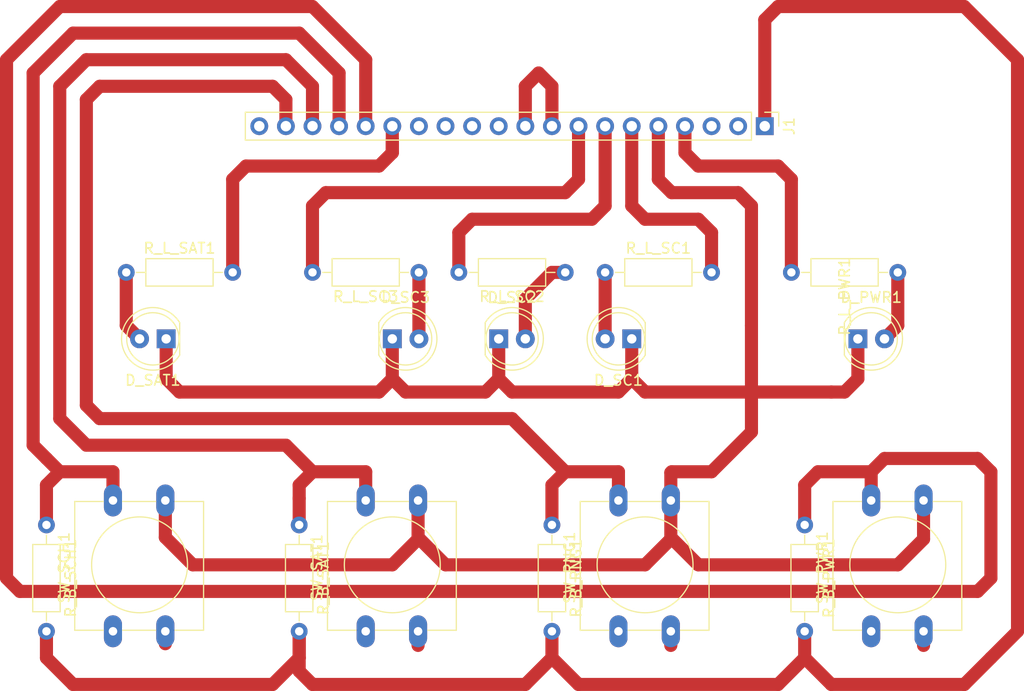
<source format=kicad_pcb>
(kicad_pcb (version 4) (host pcbnew 4.0.7)

  (general
    (links 43)
    (no_connects 11)
    (area 30.924999 32.194999 129.095002 98.615002)
    (thickness 1.6)
    (drawings 0)
    (tracks 168)
    (zones 0)
    (modules 19)
    (nets 22)
  )

  (page A4)
  (layers
    (0 F.Cu signal)
    (31 B.Cu signal)
    (33 F.Adhes user)
    (35 F.Paste user)
    (37 F.SilkS user)
    (39 F.Mask user)
    (40 Dwgs.User user)
    (41 Cmts.User user)
    (42 Eco1.User user)
    (43 Eco2.User user)
    (44 Edge.Cuts user)
    (45 Margin user)
    (47 F.CrtYd user)
    (49 F.Fab user)
  )

  (setup
    (last_trace_width 1.25)
    (trace_clearance 0.2)
    (zone_clearance 0.508)
    (zone_45_only no)
    (trace_min 0.2)
    (segment_width 0.2)
    (edge_width 0.15)
    (via_size 0.6)
    (via_drill 0.4)
    (via_min_size 0.4)
    (via_min_drill 0.3)
    (uvia_size 0.3)
    (uvia_drill 0.1)
    (uvias_allowed no)
    (uvia_min_size 0.2)
    (uvia_min_drill 0.1)
    (pcb_text_width 0.3)
    (pcb_text_size 1.5 1.5)
    (mod_edge_width 0.15)
    (mod_text_size 1 1)
    (mod_text_width 0.15)
    (pad_size 1.524 1.524)
    (pad_drill 0.762)
    (pad_to_mask_clearance 0.2)
    (aux_axis_origin 0 0)
    (visible_elements 7FFFFFFF)
    (pcbplotparams
      (layerselection 0x00030_80000001)
      (usegerberextensions false)
      (excludeedgelayer true)
      (linewidth 0.100000)
      (plotframeref false)
      (viasonmask false)
      (mode 1)
      (useauxorigin false)
      (hpglpennumber 1)
      (hpglpenspeed 20)
      (hpglpendiameter 15)
      (hpglpenoverlay 2)
      (psnegative false)
      (psa4output false)
      (plotreference true)
      (plotvalue true)
      (plotinvisibletext false)
      (padsonsilk false)
      (subtractmaskfromsilk false)
      (outputformat 1)
      (mirror false)
      (drillshape 1)
      (scaleselection 1)
      (outputdirectory ""))
  )

  (net 0 "")
  (net 1 GND)
  (net 2 B_SCH)
  (net 3 L_SC1)
  (net 4 L_SC2)
  (net 5 L_SC3)
  (net 6 L_SAT)
  (net 7 B_SAT)
  (net 8 B_RNG)
  (net 9 "Net-(D_PWR1-Pad2)")
  (net 10 "Net-(D_SAT1-Pad2)")
  (net 11 "Net-(D_SC1-Pad2)")
  (net 12 "Net-(D_SC2-Pad2)")
  (net 13 "Net-(D_SC3-Pad2)")
  (net 14 L_PWR)
  (net 15 B_PWR)
  (net 16 CHECK)
  (net 17 "Net-(J1-Pad2)")
  (net 18 "Net-(J1-Pad3)")
  (net 19 "Net-(J1-Pad11)")
  (net 20 "Net-(J1-Pad12)")
  (net 21 "Net-(J1-Pad14)")

  (net_class Default "This is the default net class."
    (clearance 0.2)
    (trace_width 1.25)
    (via_dia 0.6)
    (via_drill 0.4)
    (uvia_dia 0.3)
    (uvia_drill 0.1)
    (add_net B_PWR)
    (add_net B_RNG)
    (add_net B_SAT)
    (add_net B_SCH)
    (add_net CHECK)
    (add_net GND)
    (add_net L_PWR)
    (add_net L_SAT)
    (add_net L_SC1)
    (add_net L_SC2)
    (add_net L_SC3)
    (add_net "Net-(D_PWR1-Pad2)")
    (add_net "Net-(D_SAT1-Pad2)")
    (add_net "Net-(D_SC1-Pad2)")
    (add_net "Net-(D_SC2-Pad2)")
    (add_net "Net-(D_SC3-Pad2)")
    (add_net "Net-(J1-Pad11)")
    (add_net "Net-(J1-Pad12)")
    (add_net "Net-(J1-Pad14)")
    (add_net "Net-(J1-Pad2)")
    (add_net "Net-(J1-Pad3)")
  )

  (module Socket_Strips:Socket_Strip_Straight_1x20_Pitch2.54mm (layer F.Cu) (tedit 58CD5447) (tstamp 5A5917A1)
    (at 104.14 44.45 270)
    (descr "Through hole straight socket strip, 1x20, 2.54mm pitch, single row")
    (tags "Through hole socket strip THT 1x20 2.54mm single row")
    (path /5A57D52F)
    (fp_text reference J1 (at 0 -2.33 270) (layer F.SilkS)
      (effects (font (size 1 1) (thickness 0.15)))
    )
    (fp_text value Conn_01x10_Male (at 0 50.59 270) (layer F.Fab)
      (effects (font (size 1 1) (thickness 0.15)))
    )
    (fp_line (start -1.27 -1.27) (end -1.27 49.53) (layer F.Fab) (width 0.1))
    (fp_line (start -1.27 49.53) (end 1.27 49.53) (layer F.Fab) (width 0.1))
    (fp_line (start 1.27 49.53) (end 1.27 -1.27) (layer F.Fab) (width 0.1))
    (fp_line (start 1.27 -1.27) (end -1.27 -1.27) (layer F.Fab) (width 0.1))
    (fp_line (start -1.33 1.27) (end -1.33 49.59) (layer F.SilkS) (width 0.12))
    (fp_line (start -1.33 49.59) (end 1.33 49.59) (layer F.SilkS) (width 0.12))
    (fp_line (start 1.33 49.59) (end 1.33 1.27) (layer F.SilkS) (width 0.12))
    (fp_line (start 1.33 1.27) (end -1.33 1.27) (layer F.SilkS) (width 0.12))
    (fp_line (start -1.33 0) (end -1.33 -1.33) (layer F.SilkS) (width 0.12))
    (fp_line (start -1.33 -1.33) (end 0 -1.33) (layer F.SilkS) (width 0.12))
    (fp_line (start -1.8 -1.8) (end -1.8 50.05) (layer F.CrtYd) (width 0.05))
    (fp_line (start -1.8 50.05) (end 1.8 50.05) (layer F.CrtYd) (width 0.05))
    (fp_line (start 1.8 50.05) (end 1.8 -1.8) (layer F.CrtYd) (width 0.05))
    (fp_line (start 1.8 -1.8) (end -1.8 -1.8) (layer F.CrtYd) (width 0.05))
    (fp_text user %R (at 0 -2.33 270) (layer F.Fab)
      (effects (font (size 1 1) (thickness 0.15)))
    )
    (pad 1 thru_hole rect (at 0 0 270) (size 1.7 1.7) (drill 1) (layers *.Cu *.Mask)
      (net 16 CHECK))
    (pad 2 thru_hole oval (at 0 2.54 270) (size 1.7 1.7) (drill 1) (layers *.Cu *.Mask)
      (net 17 "Net-(J1-Pad2)"))
    (pad 3 thru_hole oval (at 0 5.08 270) (size 1.7 1.7) (drill 1) (layers *.Cu *.Mask)
      (net 18 "Net-(J1-Pad3)"))
    (pad 4 thru_hole oval (at 0 7.62 270) (size 1.7 1.7) (drill 1) (layers *.Cu *.Mask)
      (net 14 L_PWR))
    (pad 5 thru_hole oval (at 0 10.16 270) (size 1.7 1.7) (drill 1) (layers *.Cu *.Mask)
      (net 1 GND))
    (pad 6 thru_hole oval (at 0 12.7 270) (size 1.7 1.7) (drill 1) (layers *.Cu *.Mask)
      (net 3 L_SC1))
    (pad 7 thru_hole oval (at 0 15.24 270) (size 1.7 1.7) (drill 1) (layers *.Cu *.Mask)
      (net 4 L_SC2))
    (pad 8 thru_hole oval (at 0 17.78 270) (size 1.7 1.7) (drill 1) (layers *.Cu *.Mask)
      (net 5 L_SC3))
    (pad 9 thru_hole oval (at 0 20.32 270) (size 1.7 1.7) (drill 1) (layers *.Cu *.Mask)
      (net 16 CHECK))
    (pad 10 thru_hole oval (at 0 22.86 270) (size 1.7 1.7) (drill 1) (layers *.Cu *.Mask)
      (net 16 CHECK))
    (pad 11 thru_hole oval (at 0 25.4 270) (size 1.7 1.7) (drill 1) (layers *.Cu *.Mask)
      (net 19 "Net-(J1-Pad11)"))
    (pad 12 thru_hole oval (at 0 27.94 270) (size 1.7 1.7) (drill 1) (layers *.Cu *.Mask)
      (net 20 "Net-(J1-Pad12)"))
    (pad 13 thru_hole oval (at 0 30.48 270) (size 1.7 1.7) (drill 1) (layers *.Cu *.Mask)
      (net 1 GND))
    (pad 14 thru_hole oval (at 0 33.02 270) (size 1.7 1.7) (drill 1) (layers *.Cu *.Mask)
      (net 21 "Net-(J1-Pad14)"))
    (pad 15 thru_hole oval (at 0 35.56 270) (size 1.7 1.7) (drill 1) (layers *.Cu *.Mask)
      (net 6 L_SAT))
    (pad 16 thru_hole oval (at 0 38.1 270) (size 1.7 1.7) (drill 1) (layers *.Cu *.Mask)
      (net 15 B_PWR))
    (pad 17 thru_hole oval (at 0 40.64 270) (size 1.7 1.7) (drill 1) (layers *.Cu *.Mask)
      (net 2 B_SCH))
    (pad 18 thru_hole oval (at 0 43.18 270) (size 1.7 1.7) (drill 1) (layers *.Cu *.Mask)
      (net 7 B_SAT))
    (pad 19 thru_hole oval (at 0 45.72 270) (size 1.7 1.7) (drill 1) (layers *.Cu *.Mask)
      (net 8 B_RNG))
    (pad 20 thru_hole oval (at 0 48.26 270) (size 1.7 1.7) (drill 1) (layers *.Cu *.Mask)
      (net 1 GND))
    (model ${KISYS3DMOD}/Socket_Strips.3dshapes/Socket_Strip_Straight_1x20_Pitch2.54mm.wrl
      (at (xyz 0 -0.95 0))
      (scale (xyz 1 1 1))
      (rotate (xyz 0 0 270))
    )
  )

  (module LEDs:LED_D5.0mm (layer F.Cu) (tedit 5995936A) (tstamp 5A591771)
    (at 113.03 64.77)
    (descr "LED, diameter 5.0mm, 2 pins, http://cdn-reichelt.de/documents/datenblatt/A500/LL-504BC2E-009.pdf")
    (tags "LED diameter 5.0mm 2 pins")
    (path /5A57DB6E)
    (fp_text reference D_PWR1 (at 1.27 -3.96) (layer F.SilkS)
      (effects (font (size 1 1) (thickness 0.15)))
    )
    (fp_text value LED (at 1.27 3.96) (layer F.Fab)
      (effects (font (size 1 1) (thickness 0.15)))
    )
    (fp_arc (start 1.27 0) (end -1.23 -1.469694) (angle 299.1) (layer F.Fab) (width 0.1))
    (fp_arc (start 1.27 0) (end -1.29 -1.54483) (angle 148.9) (layer F.SilkS) (width 0.12))
    (fp_arc (start 1.27 0) (end -1.29 1.54483) (angle -148.9) (layer F.SilkS) (width 0.12))
    (fp_circle (center 1.27 0) (end 3.77 0) (layer F.Fab) (width 0.1))
    (fp_circle (center 1.27 0) (end 3.77 0) (layer F.SilkS) (width 0.12))
    (fp_line (start -1.23 -1.469694) (end -1.23 1.469694) (layer F.Fab) (width 0.1))
    (fp_line (start -1.29 -1.545) (end -1.29 1.545) (layer F.SilkS) (width 0.12))
    (fp_line (start -1.95 -3.25) (end -1.95 3.25) (layer F.CrtYd) (width 0.05))
    (fp_line (start -1.95 3.25) (end 4.5 3.25) (layer F.CrtYd) (width 0.05))
    (fp_line (start 4.5 3.25) (end 4.5 -3.25) (layer F.CrtYd) (width 0.05))
    (fp_line (start 4.5 -3.25) (end -1.95 -3.25) (layer F.CrtYd) (width 0.05))
    (fp_text user %R (at 1.25 0) (layer F.Fab)
      (effects (font (size 0.8 0.8) (thickness 0.2)))
    )
    (pad 1 thru_hole rect (at 0 0) (size 1.8 1.8) (drill 0.9) (layers *.Cu *.Mask)
      (net 1 GND))
    (pad 2 thru_hole circle (at 2.54 0) (size 1.8 1.8) (drill 0.9) (layers *.Cu *.Mask)
      (net 9 "Net-(D_PWR1-Pad2)"))
    (model ${KISYS3DMOD}/LEDs.3dshapes/LED_D5.0mm.wrl
      (at (xyz 0 0 0))
      (scale (xyz 0.393701 0.393701 0.393701))
      (rotate (xyz 0 0 0))
    )
  )

  (module LEDs:LED_D5.0mm (layer F.Cu) (tedit 5995936A) (tstamp 5A591777)
    (at 46.99 64.77 180)
    (descr "LED, diameter 5.0mm, 2 pins, http://cdn-reichelt.de/documents/datenblatt/A500/LL-504BC2E-009.pdf")
    (tags "LED diameter 5.0mm 2 pins")
    (path /5A57F8D3)
    (fp_text reference D_SAT1 (at 1.27 -3.96 180) (layer F.SilkS)
      (effects (font (size 1 1) (thickness 0.15)))
    )
    (fp_text value LED (at 1.27 3.96 180) (layer F.Fab)
      (effects (font (size 1 1) (thickness 0.15)))
    )
    (fp_arc (start 1.27 0) (end -1.23 -1.469694) (angle 299.1) (layer F.Fab) (width 0.1))
    (fp_arc (start 1.27 0) (end -1.29 -1.54483) (angle 148.9) (layer F.SilkS) (width 0.12))
    (fp_arc (start 1.27 0) (end -1.29 1.54483) (angle -148.9) (layer F.SilkS) (width 0.12))
    (fp_circle (center 1.27 0) (end 3.77 0) (layer F.Fab) (width 0.1))
    (fp_circle (center 1.27 0) (end 3.77 0) (layer F.SilkS) (width 0.12))
    (fp_line (start -1.23 -1.469694) (end -1.23 1.469694) (layer F.Fab) (width 0.1))
    (fp_line (start -1.29 -1.545) (end -1.29 1.545) (layer F.SilkS) (width 0.12))
    (fp_line (start -1.95 -3.25) (end -1.95 3.25) (layer F.CrtYd) (width 0.05))
    (fp_line (start -1.95 3.25) (end 4.5 3.25) (layer F.CrtYd) (width 0.05))
    (fp_line (start 4.5 3.25) (end 4.5 -3.25) (layer F.CrtYd) (width 0.05))
    (fp_line (start 4.5 -3.25) (end -1.95 -3.25) (layer F.CrtYd) (width 0.05))
    (fp_text user %R (at 1.25 0 180) (layer F.Fab)
      (effects (font (size 0.8 0.8) (thickness 0.2)))
    )
    (pad 1 thru_hole rect (at 0 0 180) (size 1.8 1.8) (drill 0.9) (layers *.Cu *.Mask)
      (net 1 GND))
    (pad 2 thru_hole circle (at 2.54 0 180) (size 1.8 1.8) (drill 0.9) (layers *.Cu *.Mask)
      (net 10 "Net-(D_SAT1-Pad2)"))
    (model ${KISYS3DMOD}/LEDs.3dshapes/LED_D5.0mm.wrl
      (at (xyz 0 0 0))
      (scale (xyz 0.393701 0.393701 0.393701))
      (rotate (xyz 0 0 0))
    )
  )

  (module LEDs:LED_D5.0mm (layer F.Cu) (tedit 5995936A) (tstamp 5A59177D)
    (at 91.44 64.77 180)
    (descr "LED, diameter 5.0mm, 2 pins, http://cdn-reichelt.de/documents/datenblatt/A500/LL-504BC2E-009.pdf")
    (tags "LED diameter 5.0mm 2 pins")
    (path /5A57ECB2)
    (fp_text reference D_SC1 (at 1.27 -3.96 180) (layer F.SilkS)
      (effects (font (size 1 1) (thickness 0.15)))
    )
    (fp_text value LED (at 1.27 3.96 180) (layer F.Fab)
      (effects (font (size 1 1) (thickness 0.15)))
    )
    (fp_arc (start 1.27 0) (end -1.23 -1.469694) (angle 299.1) (layer F.Fab) (width 0.1))
    (fp_arc (start 1.27 0) (end -1.29 -1.54483) (angle 148.9) (layer F.SilkS) (width 0.12))
    (fp_arc (start 1.27 0) (end -1.29 1.54483) (angle -148.9) (layer F.SilkS) (width 0.12))
    (fp_circle (center 1.27 0) (end 3.77 0) (layer F.Fab) (width 0.1))
    (fp_circle (center 1.27 0) (end 3.77 0) (layer F.SilkS) (width 0.12))
    (fp_line (start -1.23 -1.469694) (end -1.23 1.469694) (layer F.Fab) (width 0.1))
    (fp_line (start -1.29 -1.545) (end -1.29 1.545) (layer F.SilkS) (width 0.12))
    (fp_line (start -1.95 -3.25) (end -1.95 3.25) (layer F.CrtYd) (width 0.05))
    (fp_line (start -1.95 3.25) (end 4.5 3.25) (layer F.CrtYd) (width 0.05))
    (fp_line (start 4.5 3.25) (end 4.5 -3.25) (layer F.CrtYd) (width 0.05))
    (fp_line (start 4.5 -3.25) (end -1.95 -3.25) (layer F.CrtYd) (width 0.05))
    (fp_text user %R (at 1.25 0 180) (layer F.Fab)
      (effects (font (size 0.8 0.8) (thickness 0.2)))
    )
    (pad 1 thru_hole rect (at 0 0 180) (size 1.8 1.8) (drill 0.9) (layers *.Cu *.Mask)
      (net 1 GND))
    (pad 2 thru_hole circle (at 2.54 0 180) (size 1.8 1.8) (drill 0.9) (layers *.Cu *.Mask)
      (net 11 "Net-(D_SC1-Pad2)"))
    (model ${KISYS3DMOD}/LEDs.3dshapes/LED_D5.0mm.wrl
      (at (xyz 0 0 0))
      (scale (xyz 0.393701 0.393701 0.393701))
      (rotate (xyz 0 0 0))
    )
  )

  (module LEDs:LED_D5.0mm (layer F.Cu) (tedit 5995936A) (tstamp 5A591783)
    (at 78.74 64.77)
    (descr "LED, diameter 5.0mm, 2 pins, http://cdn-reichelt.de/documents/datenblatt/A500/LL-504BC2E-009.pdf")
    (tags "LED diameter 5.0mm 2 pins")
    (path /5A57F10A)
    (fp_text reference D_SC2 (at 1.27 -3.96) (layer F.SilkS)
      (effects (font (size 1 1) (thickness 0.15)))
    )
    (fp_text value LED (at 1.27 3.96) (layer F.Fab)
      (effects (font (size 1 1) (thickness 0.15)))
    )
    (fp_arc (start 1.27 0) (end -1.23 -1.469694) (angle 299.1) (layer F.Fab) (width 0.1))
    (fp_arc (start 1.27 0) (end -1.29 -1.54483) (angle 148.9) (layer F.SilkS) (width 0.12))
    (fp_arc (start 1.27 0) (end -1.29 1.54483) (angle -148.9) (layer F.SilkS) (width 0.12))
    (fp_circle (center 1.27 0) (end 3.77 0) (layer F.Fab) (width 0.1))
    (fp_circle (center 1.27 0) (end 3.77 0) (layer F.SilkS) (width 0.12))
    (fp_line (start -1.23 -1.469694) (end -1.23 1.469694) (layer F.Fab) (width 0.1))
    (fp_line (start -1.29 -1.545) (end -1.29 1.545) (layer F.SilkS) (width 0.12))
    (fp_line (start -1.95 -3.25) (end -1.95 3.25) (layer F.CrtYd) (width 0.05))
    (fp_line (start -1.95 3.25) (end 4.5 3.25) (layer F.CrtYd) (width 0.05))
    (fp_line (start 4.5 3.25) (end 4.5 -3.25) (layer F.CrtYd) (width 0.05))
    (fp_line (start 4.5 -3.25) (end -1.95 -3.25) (layer F.CrtYd) (width 0.05))
    (fp_text user %R (at 1.25 0) (layer F.Fab)
      (effects (font (size 0.8 0.8) (thickness 0.2)))
    )
    (pad 1 thru_hole rect (at 0 0) (size 1.8 1.8) (drill 0.9) (layers *.Cu *.Mask)
      (net 1 GND))
    (pad 2 thru_hole circle (at 2.54 0) (size 1.8 1.8) (drill 0.9) (layers *.Cu *.Mask)
      (net 12 "Net-(D_SC2-Pad2)"))
    (model ${KISYS3DMOD}/LEDs.3dshapes/LED_D5.0mm.wrl
      (at (xyz 0 0 0))
      (scale (xyz 0.393701 0.393701 0.393701))
      (rotate (xyz 0 0 0))
    )
  )

  (module LEDs:LED_D5.0mm (layer F.Cu) (tedit 5995936A) (tstamp 5A591789)
    (at 68.58 64.77)
    (descr "LED, diameter 5.0mm, 2 pins, http://cdn-reichelt.de/documents/datenblatt/A500/LL-504BC2E-009.pdf")
    (tags "LED diameter 5.0mm 2 pins")
    (path /5A57F163)
    (fp_text reference D_SC3 (at 1.27 -3.96) (layer F.SilkS)
      (effects (font (size 1 1) (thickness 0.15)))
    )
    (fp_text value LED (at 1.27 3.96) (layer F.Fab)
      (effects (font (size 1 1) (thickness 0.15)))
    )
    (fp_arc (start 1.27 0) (end -1.23 -1.469694) (angle 299.1) (layer F.Fab) (width 0.1))
    (fp_arc (start 1.27 0) (end -1.29 -1.54483) (angle 148.9) (layer F.SilkS) (width 0.12))
    (fp_arc (start 1.27 0) (end -1.29 1.54483) (angle -148.9) (layer F.SilkS) (width 0.12))
    (fp_circle (center 1.27 0) (end 3.77 0) (layer F.Fab) (width 0.1))
    (fp_circle (center 1.27 0) (end 3.77 0) (layer F.SilkS) (width 0.12))
    (fp_line (start -1.23 -1.469694) (end -1.23 1.469694) (layer F.Fab) (width 0.1))
    (fp_line (start -1.29 -1.545) (end -1.29 1.545) (layer F.SilkS) (width 0.12))
    (fp_line (start -1.95 -3.25) (end -1.95 3.25) (layer F.CrtYd) (width 0.05))
    (fp_line (start -1.95 3.25) (end 4.5 3.25) (layer F.CrtYd) (width 0.05))
    (fp_line (start 4.5 3.25) (end 4.5 -3.25) (layer F.CrtYd) (width 0.05))
    (fp_line (start 4.5 -3.25) (end -1.95 -3.25) (layer F.CrtYd) (width 0.05))
    (fp_text user %R (at 1.25 0) (layer F.Fab)
      (effects (font (size 0.8 0.8) (thickness 0.2)))
    )
    (pad 1 thru_hole rect (at 0 0) (size 1.8 1.8) (drill 0.9) (layers *.Cu *.Mask)
      (net 1 GND))
    (pad 2 thru_hole circle (at 2.54 0) (size 1.8 1.8) (drill 0.9) (layers *.Cu *.Mask)
      (net 13 "Net-(D_SC3-Pad2)"))
    (model ${KISYS3DMOD}/LEDs.3dshapes/LED_D5.0mm.wrl
      (at (xyz 0 0 0))
      (scale (xyz 0.393701 0.393701 0.393701))
      (rotate (xyz 0 0 0))
    )
  )

  (module Resistors_THT:R_Axial_DIN0207_L6.3mm_D2.5mm_P10.16mm_Horizontal (layer F.Cu) (tedit 5874F706) (tstamp 5A5917A7)
    (at 107.95 82.55 270)
    (descr "Resistor, Axial_DIN0207 series, Axial, Horizontal, pin pitch=10.16mm, 0.25W = 1/4W, length*diameter=6.3*2.5mm^2, http://cdn-reichelt.de/documents/datenblatt/B400/1_4W%23YAG.pdf")
    (tags "Resistor Axial_DIN0207 series Axial Horizontal pin pitch 10.16mm 0.25W = 1/4W length 6.3mm diameter 2.5mm")
    (path /5A57D89F)
    (fp_text reference R_B_PWR1 (at 5.08 -2.31 270) (layer F.SilkS)
      (effects (font (size 1 1) (thickness 0.15)))
    )
    (fp_text value R (at 5.08 2.31 270) (layer F.Fab)
      (effects (font (size 1 1) (thickness 0.15)))
    )
    (fp_line (start 1.93 -1.25) (end 1.93 1.25) (layer F.Fab) (width 0.1))
    (fp_line (start 1.93 1.25) (end 8.23 1.25) (layer F.Fab) (width 0.1))
    (fp_line (start 8.23 1.25) (end 8.23 -1.25) (layer F.Fab) (width 0.1))
    (fp_line (start 8.23 -1.25) (end 1.93 -1.25) (layer F.Fab) (width 0.1))
    (fp_line (start 0 0) (end 1.93 0) (layer F.Fab) (width 0.1))
    (fp_line (start 10.16 0) (end 8.23 0) (layer F.Fab) (width 0.1))
    (fp_line (start 1.87 -1.31) (end 1.87 1.31) (layer F.SilkS) (width 0.12))
    (fp_line (start 1.87 1.31) (end 8.29 1.31) (layer F.SilkS) (width 0.12))
    (fp_line (start 8.29 1.31) (end 8.29 -1.31) (layer F.SilkS) (width 0.12))
    (fp_line (start 8.29 -1.31) (end 1.87 -1.31) (layer F.SilkS) (width 0.12))
    (fp_line (start 0.98 0) (end 1.87 0) (layer F.SilkS) (width 0.12))
    (fp_line (start 9.18 0) (end 8.29 0) (layer F.SilkS) (width 0.12))
    (fp_line (start -1.05 -1.6) (end -1.05 1.6) (layer F.CrtYd) (width 0.05))
    (fp_line (start -1.05 1.6) (end 11.25 1.6) (layer F.CrtYd) (width 0.05))
    (fp_line (start 11.25 1.6) (end 11.25 -1.6) (layer F.CrtYd) (width 0.05))
    (fp_line (start 11.25 -1.6) (end -1.05 -1.6) (layer F.CrtYd) (width 0.05))
    (pad 1 thru_hole circle (at 0 0 270) (size 1.6 1.6) (drill 0.8) (layers *.Cu *.Mask)
      (net 15 B_PWR))
    (pad 2 thru_hole oval (at 10.16 0 270) (size 1.6 1.6) (drill 0.8) (layers *.Cu *.Mask)
      (net 16 CHECK))
    (model ${KISYS3DMOD}/Resistors_THT.3dshapes/R_Axial_DIN0207_L6.3mm_D2.5mm_P10.16mm_Horizontal.wrl
      (at (xyz 0 0 0))
      (scale (xyz 0.393701 0.393701 0.393701))
      (rotate (xyz 0 0 0))
    )
  )

  (module Resistors_THT:R_Axial_DIN0207_L6.3mm_D2.5mm_P10.16mm_Horizontal (layer F.Cu) (tedit 5874F706) (tstamp 5A5917AD)
    (at 83.82 82.55 270)
    (descr "Resistor, Axial_DIN0207 series, Axial, Horizontal, pin pitch=10.16mm, 0.25W = 1/4W, length*diameter=6.3*2.5mm^2, http://cdn-reichelt.de/documents/datenblatt/B400/1_4W%23YAG.pdf")
    (tags "Resistor Axial_DIN0207 series Axial Horizontal pin pitch 10.16mm 0.25W = 1/4W length 6.3mm diameter 2.5mm")
    (path /5A57E922)
    (fp_text reference R_B_RNG1 (at 5.08 -2.31 270) (layer F.SilkS)
      (effects (font (size 1 1) (thickness 0.15)))
    )
    (fp_text value R (at 5.08 2.31 270) (layer F.Fab)
      (effects (font (size 1 1) (thickness 0.15)))
    )
    (fp_line (start 1.93 -1.25) (end 1.93 1.25) (layer F.Fab) (width 0.1))
    (fp_line (start 1.93 1.25) (end 8.23 1.25) (layer F.Fab) (width 0.1))
    (fp_line (start 8.23 1.25) (end 8.23 -1.25) (layer F.Fab) (width 0.1))
    (fp_line (start 8.23 -1.25) (end 1.93 -1.25) (layer F.Fab) (width 0.1))
    (fp_line (start 0 0) (end 1.93 0) (layer F.Fab) (width 0.1))
    (fp_line (start 10.16 0) (end 8.23 0) (layer F.Fab) (width 0.1))
    (fp_line (start 1.87 -1.31) (end 1.87 1.31) (layer F.SilkS) (width 0.12))
    (fp_line (start 1.87 1.31) (end 8.29 1.31) (layer F.SilkS) (width 0.12))
    (fp_line (start 8.29 1.31) (end 8.29 -1.31) (layer F.SilkS) (width 0.12))
    (fp_line (start 8.29 -1.31) (end 1.87 -1.31) (layer F.SilkS) (width 0.12))
    (fp_line (start 0.98 0) (end 1.87 0) (layer F.SilkS) (width 0.12))
    (fp_line (start 9.18 0) (end 8.29 0) (layer F.SilkS) (width 0.12))
    (fp_line (start -1.05 -1.6) (end -1.05 1.6) (layer F.CrtYd) (width 0.05))
    (fp_line (start -1.05 1.6) (end 11.25 1.6) (layer F.CrtYd) (width 0.05))
    (fp_line (start 11.25 1.6) (end 11.25 -1.6) (layer F.CrtYd) (width 0.05))
    (fp_line (start 11.25 -1.6) (end -1.05 -1.6) (layer F.CrtYd) (width 0.05))
    (pad 1 thru_hole circle (at 0 0 270) (size 1.6 1.6) (drill 0.8) (layers *.Cu *.Mask)
      (net 8 B_RNG))
    (pad 2 thru_hole oval (at 10.16 0 270) (size 1.6 1.6) (drill 0.8) (layers *.Cu *.Mask)
      (net 16 CHECK))
    (model ${KISYS3DMOD}/Resistors_THT.3dshapes/R_Axial_DIN0207_L6.3mm_D2.5mm_P10.16mm_Horizontal.wrl
      (at (xyz 0 0 0))
      (scale (xyz 0.393701 0.393701 0.393701))
      (rotate (xyz 0 0 0))
    )
  )

  (module Resistors_THT:R_Axial_DIN0207_L6.3mm_D2.5mm_P10.16mm_Horizontal (layer F.Cu) (tedit 5874F706) (tstamp 5A5917B3)
    (at 59.69 82.55 270)
    (descr "Resistor, Axial_DIN0207 series, Axial, Horizontal, pin pitch=10.16mm, 0.25W = 1/4W, length*diameter=6.3*2.5mm^2, http://cdn-reichelt.de/documents/datenblatt/B400/1_4W%23YAG.pdf")
    (tags "Resistor Axial_DIN0207 series Axial Horizontal pin pitch 10.16mm 0.25W = 1/4W length 6.3mm diameter 2.5mm")
    (path /5A57E88B)
    (fp_text reference R_B_SAT1 (at 5.08 -2.31 270) (layer F.SilkS)
      (effects (font (size 1 1) (thickness 0.15)))
    )
    (fp_text value R (at 5.08 2.31 270) (layer F.Fab)
      (effects (font (size 1 1) (thickness 0.15)))
    )
    (fp_line (start 1.93 -1.25) (end 1.93 1.25) (layer F.Fab) (width 0.1))
    (fp_line (start 1.93 1.25) (end 8.23 1.25) (layer F.Fab) (width 0.1))
    (fp_line (start 8.23 1.25) (end 8.23 -1.25) (layer F.Fab) (width 0.1))
    (fp_line (start 8.23 -1.25) (end 1.93 -1.25) (layer F.Fab) (width 0.1))
    (fp_line (start 0 0) (end 1.93 0) (layer F.Fab) (width 0.1))
    (fp_line (start 10.16 0) (end 8.23 0) (layer F.Fab) (width 0.1))
    (fp_line (start 1.87 -1.31) (end 1.87 1.31) (layer F.SilkS) (width 0.12))
    (fp_line (start 1.87 1.31) (end 8.29 1.31) (layer F.SilkS) (width 0.12))
    (fp_line (start 8.29 1.31) (end 8.29 -1.31) (layer F.SilkS) (width 0.12))
    (fp_line (start 8.29 -1.31) (end 1.87 -1.31) (layer F.SilkS) (width 0.12))
    (fp_line (start 0.98 0) (end 1.87 0) (layer F.SilkS) (width 0.12))
    (fp_line (start 9.18 0) (end 8.29 0) (layer F.SilkS) (width 0.12))
    (fp_line (start -1.05 -1.6) (end -1.05 1.6) (layer F.CrtYd) (width 0.05))
    (fp_line (start -1.05 1.6) (end 11.25 1.6) (layer F.CrtYd) (width 0.05))
    (fp_line (start 11.25 1.6) (end 11.25 -1.6) (layer F.CrtYd) (width 0.05))
    (fp_line (start 11.25 -1.6) (end -1.05 -1.6) (layer F.CrtYd) (width 0.05))
    (pad 1 thru_hole circle (at 0 0 270) (size 1.6 1.6) (drill 0.8) (layers *.Cu *.Mask)
      (net 7 B_SAT))
    (pad 2 thru_hole oval (at 10.16 0 270) (size 1.6 1.6) (drill 0.8) (layers *.Cu *.Mask)
      (net 16 CHECK))
    (model ${KISYS3DMOD}/Resistors_THT.3dshapes/R_Axial_DIN0207_L6.3mm_D2.5mm_P10.16mm_Horizontal.wrl
      (at (xyz 0 0 0))
      (scale (xyz 0.393701 0.393701 0.393701))
      (rotate (xyz 0 0 0))
    )
  )

  (module Resistors_THT:R_Axial_DIN0207_L6.3mm_D2.5mm_P10.16mm_Horizontal (layer F.Cu) (tedit 5874F706) (tstamp 5A5917B9)
    (at 35.56 82.55 270)
    (descr "Resistor, Axial_DIN0207 series, Axial, Horizontal, pin pitch=10.16mm, 0.25W = 1/4W, length*diameter=6.3*2.5mm^2, http://cdn-reichelt.de/documents/datenblatt/B400/1_4W%23YAG.pdf")
    (tags "Resistor Axial_DIN0207 series Axial Horizontal pin pitch 10.16mm 0.25W = 1/4W length 6.3mm diameter 2.5mm")
    (path /5A57E7ED)
    (fp_text reference R_B_SCH1 (at 5.08 -2.31 270) (layer F.SilkS)
      (effects (font (size 1 1) (thickness 0.15)))
    )
    (fp_text value R (at 5.08 2.31 270) (layer F.Fab)
      (effects (font (size 1 1) (thickness 0.15)))
    )
    (fp_line (start 1.93 -1.25) (end 1.93 1.25) (layer F.Fab) (width 0.1))
    (fp_line (start 1.93 1.25) (end 8.23 1.25) (layer F.Fab) (width 0.1))
    (fp_line (start 8.23 1.25) (end 8.23 -1.25) (layer F.Fab) (width 0.1))
    (fp_line (start 8.23 -1.25) (end 1.93 -1.25) (layer F.Fab) (width 0.1))
    (fp_line (start 0 0) (end 1.93 0) (layer F.Fab) (width 0.1))
    (fp_line (start 10.16 0) (end 8.23 0) (layer F.Fab) (width 0.1))
    (fp_line (start 1.87 -1.31) (end 1.87 1.31) (layer F.SilkS) (width 0.12))
    (fp_line (start 1.87 1.31) (end 8.29 1.31) (layer F.SilkS) (width 0.12))
    (fp_line (start 8.29 1.31) (end 8.29 -1.31) (layer F.SilkS) (width 0.12))
    (fp_line (start 8.29 -1.31) (end 1.87 -1.31) (layer F.SilkS) (width 0.12))
    (fp_line (start 0.98 0) (end 1.87 0) (layer F.SilkS) (width 0.12))
    (fp_line (start 9.18 0) (end 8.29 0) (layer F.SilkS) (width 0.12))
    (fp_line (start -1.05 -1.6) (end -1.05 1.6) (layer F.CrtYd) (width 0.05))
    (fp_line (start -1.05 1.6) (end 11.25 1.6) (layer F.CrtYd) (width 0.05))
    (fp_line (start 11.25 1.6) (end 11.25 -1.6) (layer F.CrtYd) (width 0.05))
    (fp_line (start 11.25 -1.6) (end -1.05 -1.6) (layer F.CrtYd) (width 0.05))
    (pad 1 thru_hole circle (at 0 0 270) (size 1.6 1.6) (drill 0.8) (layers *.Cu *.Mask)
      (net 2 B_SCH))
    (pad 2 thru_hole oval (at 10.16 0 270) (size 1.6 1.6) (drill 0.8) (layers *.Cu *.Mask)
      (net 16 CHECK))
    (model ${KISYS3DMOD}/Resistors_THT.3dshapes/R_Axial_DIN0207_L6.3mm_D2.5mm_P10.16mm_Horizontal.wrl
      (at (xyz 0 0 0))
      (scale (xyz 0.393701 0.393701 0.393701))
      (rotate (xyz 0 0 0))
    )
  )

  (module Resistors_THT:R_Axial_DIN0207_L6.3mm_D2.5mm_P10.16mm_Horizontal (layer F.Cu) (tedit 5A59205F) (tstamp 5A5917BF)
    (at 116.84 58.42 180)
    (descr "Resistor, Axial_DIN0207 series, Axial, Horizontal, pin pitch=10.16mm, 0.25W = 1/4W, length*diameter=6.3*2.5mm^2, http://cdn-reichelt.de/documents/datenblatt/B400/1_4W%23YAG.pdf")
    (tags "Resistor Axial_DIN0207 series Axial Horizontal pin pitch 10.16mm 0.25W = 1/4W length 6.3mm diameter 2.5mm")
    (path /5A57DC15)
    (fp_text reference R_L_PWR1 (at 5.08 -2.31 270) (layer F.SilkS)
      (effects (font (size 1 1) (thickness 0.15)))
    )
    (fp_text value R (at 5.08 2.31 180) (layer F.Fab)
      (effects (font (size 1 1) (thickness 0.15)))
    )
    (fp_line (start 1.93 -1.25) (end 1.93 1.25) (layer F.Fab) (width 0.1))
    (fp_line (start 1.93 1.25) (end 8.23 1.25) (layer F.Fab) (width 0.1))
    (fp_line (start 8.23 1.25) (end 8.23 -1.25) (layer F.Fab) (width 0.1))
    (fp_line (start 8.23 -1.25) (end 1.93 -1.25) (layer F.Fab) (width 0.1))
    (fp_line (start 0 0) (end 1.93 0) (layer F.Fab) (width 0.1))
    (fp_line (start 10.16 0) (end 8.23 0) (layer F.Fab) (width 0.1))
    (fp_line (start 1.87 -1.31) (end 1.87 1.31) (layer F.SilkS) (width 0.12))
    (fp_line (start 1.87 1.31) (end 8.29 1.31) (layer F.SilkS) (width 0.12))
    (fp_line (start 8.29 1.31) (end 8.29 -1.31) (layer F.SilkS) (width 0.12))
    (fp_line (start 8.29 -1.31) (end 1.87 -1.31) (layer F.SilkS) (width 0.12))
    (fp_line (start 0.98 0) (end 1.87 0) (layer F.SilkS) (width 0.12))
    (fp_line (start 9.18 0) (end 8.29 0) (layer F.SilkS) (width 0.12))
    (fp_line (start -1.05 -1.6) (end -1.05 1.6) (layer F.CrtYd) (width 0.05))
    (fp_line (start -1.05 1.6) (end 11.25 1.6) (layer F.CrtYd) (width 0.05))
    (fp_line (start 11.25 1.6) (end 11.25 -1.6) (layer F.CrtYd) (width 0.05))
    (fp_line (start 11.25 -1.6) (end -1.05 -1.6) (layer F.CrtYd) (width 0.05))
    (pad 1 thru_hole circle (at 0 0 180) (size 1.6 1.6) (drill 0.8) (layers *.Cu *.Mask)
      (net 9 "Net-(D_PWR1-Pad2)"))
    (pad 2 thru_hole oval (at 10.16 0 180) (size 1.6 1.6) (drill 0.8) (layers *.Cu *.Mask)
      (net 14 L_PWR))
    (model ${KISYS3DMOD}/Resistors_THT.3dshapes/R_Axial_DIN0207_L6.3mm_D2.5mm_P10.16mm_Horizontal.wrl
      (at (xyz 0 0 0))
      (scale (xyz 0.393701 0.393701 0.393701))
      (rotate (xyz 0 0 0))
    )
  )

  (module Resistors_THT:R_Axial_DIN0207_L6.3mm_D2.5mm_P10.16mm_Horizontal (layer F.Cu) (tedit 5874F706) (tstamp 5A5917C5)
    (at 43.18 58.42)
    (descr "Resistor, Axial_DIN0207 series, Axial, Horizontal, pin pitch=10.16mm, 0.25W = 1/4W, length*diameter=6.3*2.5mm^2, http://cdn-reichelt.de/documents/datenblatt/B400/1_4W%23YAG.pdf")
    (tags "Resistor Axial_DIN0207 series Axial Horizontal pin pitch 10.16mm 0.25W = 1/4W length 6.3mm diameter 2.5mm")
    (path /5A57F8D9)
    (fp_text reference R_L_SAT1 (at 5.08 -2.31) (layer F.SilkS)
      (effects (font (size 1 1) (thickness 0.15)))
    )
    (fp_text value R (at 5.08 2.31) (layer F.Fab)
      (effects (font (size 1 1) (thickness 0.15)))
    )
    (fp_line (start 1.93 -1.25) (end 1.93 1.25) (layer F.Fab) (width 0.1))
    (fp_line (start 1.93 1.25) (end 8.23 1.25) (layer F.Fab) (width 0.1))
    (fp_line (start 8.23 1.25) (end 8.23 -1.25) (layer F.Fab) (width 0.1))
    (fp_line (start 8.23 -1.25) (end 1.93 -1.25) (layer F.Fab) (width 0.1))
    (fp_line (start 0 0) (end 1.93 0) (layer F.Fab) (width 0.1))
    (fp_line (start 10.16 0) (end 8.23 0) (layer F.Fab) (width 0.1))
    (fp_line (start 1.87 -1.31) (end 1.87 1.31) (layer F.SilkS) (width 0.12))
    (fp_line (start 1.87 1.31) (end 8.29 1.31) (layer F.SilkS) (width 0.12))
    (fp_line (start 8.29 1.31) (end 8.29 -1.31) (layer F.SilkS) (width 0.12))
    (fp_line (start 8.29 -1.31) (end 1.87 -1.31) (layer F.SilkS) (width 0.12))
    (fp_line (start 0.98 0) (end 1.87 0) (layer F.SilkS) (width 0.12))
    (fp_line (start 9.18 0) (end 8.29 0) (layer F.SilkS) (width 0.12))
    (fp_line (start -1.05 -1.6) (end -1.05 1.6) (layer F.CrtYd) (width 0.05))
    (fp_line (start -1.05 1.6) (end 11.25 1.6) (layer F.CrtYd) (width 0.05))
    (fp_line (start 11.25 1.6) (end 11.25 -1.6) (layer F.CrtYd) (width 0.05))
    (fp_line (start 11.25 -1.6) (end -1.05 -1.6) (layer F.CrtYd) (width 0.05))
    (pad 1 thru_hole circle (at 0 0) (size 1.6 1.6) (drill 0.8) (layers *.Cu *.Mask)
      (net 10 "Net-(D_SAT1-Pad2)"))
    (pad 2 thru_hole oval (at 10.16 0) (size 1.6 1.6) (drill 0.8) (layers *.Cu *.Mask)
      (net 6 L_SAT))
    (model ${KISYS3DMOD}/Resistors_THT.3dshapes/R_Axial_DIN0207_L6.3mm_D2.5mm_P10.16mm_Horizontal.wrl
      (at (xyz 0 0 0))
      (scale (xyz 0.393701 0.393701 0.393701))
      (rotate (xyz 0 0 0))
    )
  )

  (module Resistors_THT:R_Axial_DIN0207_L6.3mm_D2.5mm_P10.16mm_Horizontal (layer F.Cu) (tedit 5874F706) (tstamp 5A5917CB)
    (at 88.9 58.42)
    (descr "Resistor, Axial_DIN0207 series, Axial, Horizontal, pin pitch=10.16mm, 0.25W = 1/4W, length*diameter=6.3*2.5mm^2, http://cdn-reichelt.de/documents/datenblatt/B400/1_4W%23YAG.pdf")
    (tags "Resistor Axial_DIN0207 series Axial Horizontal pin pitch 10.16mm 0.25W = 1/4W length 6.3mm diameter 2.5mm")
    (path /5A57ECB9)
    (fp_text reference R_L_SC1 (at 5.08 -2.31) (layer F.SilkS)
      (effects (font (size 1 1) (thickness 0.15)))
    )
    (fp_text value R (at 5.08 2.31) (layer F.Fab)
      (effects (font (size 1 1) (thickness 0.15)))
    )
    (fp_line (start 1.93 -1.25) (end 1.93 1.25) (layer F.Fab) (width 0.1))
    (fp_line (start 1.93 1.25) (end 8.23 1.25) (layer F.Fab) (width 0.1))
    (fp_line (start 8.23 1.25) (end 8.23 -1.25) (layer F.Fab) (width 0.1))
    (fp_line (start 8.23 -1.25) (end 1.93 -1.25) (layer F.Fab) (width 0.1))
    (fp_line (start 0 0) (end 1.93 0) (layer F.Fab) (width 0.1))
    (fp_line (start 10.16 0) (end 8.23 0) (layer F.Fab) (width 0.1))
    (fp_line (start 1.87 -1.31) (end 1.87 1.31) (layer F.SilkS) (width 0.12))
    (fp_line (start 1.87 1.31) (end 8.29 1.31) (layer F.SilkS) (width 0.12))
    (fp_line (start 8.29 1.31) (end 8.29 -1.31) (layer F.SilkS) (width 0.12))
    (fp_line (start 8.29 -1.31) (end 1.87 -1.31) (layer F.SilkS) (width 0.12))
    (fp_line (start 0.98 0) (end 1.87 0) (layer F.SilkS) (width 0.12))
    (fp_line (start 9.18 0) (end 8.29 0) (layer F.SilkS) (width 0.12))
    (fp_line (start -1.05 -1.6) (end -1.05 1.6) (layer F.CrtYd) (width 0.05))
    (fp_line (start -1.05 1.6) (end 11.25 1.6) (layer F.CrtYd) (width 0.05))
    (fp_line (start 11.25 1.6) (end 11.25 -1.6) (layer F.CrtYd) (width 0.05))
    (fp_line (start 11.25 -1.6) (end -1.05 -1.6) (layer F.CrtYd) (width 0.05))
    (pad 1 thru_hole circle (at 0 0) (size 1.6 1.6) (drill 0.8) (layers *.Cu *.Mask)
      (net 11 "Net-(D_SC1-Pad2)"))
    (pad 2 thru_hole oval (at 10.16 0) (size 1.6 1.6) (drill 0.8) (layers *.Cu *.Mask)
      (net 3 L_SC1))
    (model ${KISYS3DMOD}/Resistors_THT.3dshapes/R_Axial_DIN0207_L6.3mm_D2.5mm_P10.16mm_Horizontal.wrl
      (at (xyz 0 0 0))
      (scale (xyz 0.393701 0.393701 0.393701))
      (rotate (xyz 0 0 0))
    )
  )

  (module Resistors_THT:R_Axial_DIN0207_L6.3mm_D2.5mm_P10.16mm_Horizontal (layer F.Cu) (tedit 5874F706) (tstamp 5A5917D1)
    (at 85.09 58.42 180)
    (descr "Resistor, Axial_DIN0207 series, Axial, Horizontal, pin pitch=10.16mm, 0.25W = 1/4W, length*diameter=6.3*2.5mm^2, http://cdn-reichelt.de/documents/datenblatt/B400/1_4W%23YAG.pdf")
    (tags "Resistor Axial_DIN0207 series Axial Horizontal pin pitch 10.16mm 0.25W = 1/4W length 6.3mm diameter 2.5mm")
    (path /5A57F110)
    (fp_text reference R_L_SC2 (at 5.08 -2.31 180) (layer F.SilkS)
      (effects (font (size 1 1) (thickness 0.15)))
    )
    (fp_text value R (at 5.08 2.31 180) (layer F.Fab)
      (effects (font (size 1 1) (thickness 0.15)))
    )
    (fp_line (start 1.93 -1.25) (end 1.93 1.25) (layer F.Fab) (width 0.1))
    (fp_line (start 1.93 1.25) (end 8.23 1.25) (layer F.Fab) (width 0.1))
    (fp_line (start 8.23 1.25) (end 8.23 -1.25) (layer F.Fab) (width 0.1))
    (fp_line (start 8.23 -1.25) (end 1.93 -1.25) (layer F.Fab) (width 0.1))
    (fp_line (start 0 0) (end 1.93 0) (layer F.Fab) (width 0.1))
    (fp_line (start 10.16 0) (end 8.23 0) (layer F.Fab) (width 0.1))
    (fp_line (start 1.87 -1.31) (end 1.87 1.31) (layer F.SilkS) (width 0.12))
    (fp_line (start 1.87 1.31) (end 8.29 1.31) (layer F.SilkS) (width 0.12))
    (fp_line (start 8.29 1.31) (end 8.29 -1.31) (layer F.SilkS) (width 0.12))
    (fp_line (start 8.29 -1.31) (end 1.87 -1.31) (layer F.SilkS) (width 0.12))
    (fp_line (start 0.98 0) (end 1.87 0) (layer F.SilkS) (width 0.12))
    (fp_line (start 9.18 0) (end 8.29 0) (layer F.SilkS) (width 0.12))
    (fp_line (start -1.05 -1.6) (end -1.05 1.6) (layer F.CrtYd) (width 0.05))
    (fp_line (start -1.05 1.6) (end 11.25 1.6) (layer F.CrtYd) (width 0.05))
    (fp_line (start 11.25 1.6) (end 11.25 -1.6) (layer F.CrtYd) (width 0.05))
    (fp_line (start 11.25 -1.6) (end -1.05 -1.6) (layer F.CrtYd) (width 0.05))
    (pad 1 thru_hole circle (at 0 0 180) (size 1.6 1.6) (drill 0.8) (layers *.Cu *.Mask)
      (net 12 "Net-(D_SC2-Pad2)"))
    (pad 2 thru_hole oval (at 10.16 0 180) (size 1.6 1.6) (drill 0.8) (layers *.Cu *.Mask)
      (net 4 L_SC2))
    (model ${KISYS3DMOD}/Resistors_THT.3dshapes/R_Axial_DIN0207_L6.3mm_D2.5mm_P10.16mm_Horizontal.wrl
      (at (xyz 0 0 0))
      (scale (xyz 0.393701 0.393701 0.393701))
      (rotate (xyz 0 0 0))
    )
  )

  (module Resistors_THT:R_Axial_DIN0207_L6.3mm_D2.5mm_P10.16mm_Horizontal (layer F.Cu) (tedit 5874F706) (tstamp 5A5917D7)
    (at 71.12 58.42 180)
    (descr "Resistor, Axial_DIN0207 series, Axial, Horizontal, pin pitch=10.16mm, 0.25W = 1/4W, length*diameter=6.3*2.5mm^2, http://cdn-reichelt.de/documents/datenblatt/B400/1_4W%23YAG.pdf")
    (tags "Resistor Axial_DIN0207 series Axial Horizontal pin pitch 10.16mm 0.25W = 1/4W length 6.3mm diameter 2.5mm")
    (path /5A57F169)
    (fp_text reference R_L_SC3 (at 5.08 -2.31 180) (layer F.SilkS)
      (effects (font (size 1 1) (thickness 0.15)))
    )
    (fp_text value R (at 5.08 2.31 180) (layer F.Fab)
      (effects (font (size 1 1) (thickness 0.15)))
    )
    (fp_line (start 1.93 -1.25) (end 1.93 1.25) (layer F.Fab) (width 0.1))
    (fp_line (start 1.93 1.25) (end 8.23 1.25) (layer F.Fab) (width 0.1))
    (fp_line (start 8.23 1.25) (end 8.23 -1.25) (layer F.Fab) (width 0.1))
    (fp_line (start 8.23 -1.25) (end 1.93 -1.25) (layer F.Fab) (width 0.1))
    (fp_line (start 0 0) (end 1.93 0) (layer F.Fab) (width 0.1))
    (fp_line (start 10.16 0) (end 8.23 0) (layer F.Fab) (width 0.1))
    (fp_line (start 1.87 -1.31) (end 1.87 1.31) (layer F.SilkS) (width 0.12))
    (fp_line (start 1.87 1.31) (end 8.29 1.31) (layer F.SilkS) (width 0.12))
    (fp_line (start 8.29 1.31) (end 8.29 -1.31) (layer F.SilkS) (width 0.12))
    (fp_line (start 8.29 -1.31) (end 1.87 -1.31) (layer F.SilkS) (width 0.12))
    (fp_line (start 0.98 0) (end 1.87 0) (layer F.SilkS) (width 0.12))
    (fp_line (start 9.18 0) (end 8.29 0) (layer F.SilkS) (width 0.12))
    (fp_line (start -1.05 -1.6) (end -1.05 1.6) (layer F.CrtYd) (width 0.05))
    (fp_line (start -1.05 1.6) (end 11.25 1.6) (layer F.CrtYd) (width 0.05))
    (fp_line (start 11.25 1.6) (end 11.25 -1.6) (layer F.CrtYd) (width 0.05))
    (fp_line (start 11.25 -1.6) (end -1.05 -1.6) (layer F.CrtYd) (width 0.05))
    (pad 1 thru_hole circle (at 0 0 180) (size 1.6 1.6) (drill 0.8) (layers *.Cu *.Mask)
      (net 13 "Net-(D_SC3-Pad2)"))
    (pad 2 thru_hole oval (at 10.16 0 180) (size 1.6 1.6) (drill 0.8) (layers *.Cu *.Mask)
      (net 5 L_SC3))
    (model ${KISYS3DMOD}/Resistors_THT.3dshapes/R_Axial_DIN0207_L6.3mm_D2.5mm_P10.16mm_Horizontal.wrl
      (at (xyz 0 0 0))
      (scale (xyz 0.393701 0.393701 0.393701))
      (rotate (xyz 0 0 0))
    )
  )

  (module Buttons_Switches_THT:SW_PUSH-12mm (layer F.Cu) (tedit 592546E6) (tstamp 5A5917DF)
    (at 114.3 92.71 90)
    (descr "SW PUSH 12mm https://www.e-switch.com/system/asset/product_line/data_sheet/143/TL1100.pdf")
    (tags "tact sw push 12mm")
    (path /5A57D761)
    (fp_text reference SW_PWR1 (at 6.08 -4.66 90) (layer F.SilkS)
      (effects (font (size 1 1) (thickness 0.15)))
    )
    (fp_text value SW_Push (at 6.62 9.93 90) (layer F.Fab)
      (effects (font (size 1 1) (thickness 0.15)))
    )
    (fp_line (start 0.25 8.5) (end 12.25 8.5) (layer F.Fab) (width 0.1))
    (fp_line (start 0.25 -3.5) (end 12.25 -3.5) (layer F.Fab) (width 0.1))
    (fp_line (start 12.25 -3.5) (end 12.25 8.5) (layer F.Fab) (width 0.1))
    (fp_text user %R (at 6.35 2.54 90) (layer F.Fab)
      (effects (font (size 1 1) (thickness 0.15)))
    )
    (fp_line (start 0.1 -3.65) (end 12.4 -3.65) (layer F.SilkS) (width 0.12))
    (fp_line (start 12.4 0.93) (end 12.4 4.07) (layer F.SilkS) (width 0.12))
    (fp_line (start 12.4 8.65) (end 0.1 8.65) (layer F.SilkS) (width 0.12))
    (fp_line (start 0.1 -0.93) (end 0.1 -3.65) (layer F.SilkS) (width 0.12))
    (fp_line (start -1.77 -3.75) (end 14.25 -3.75) (layer F.CrtYd) (width 0.05))
    (fp_line (start -1.77 -3.75) (end -1.77 8.75) (layer F.CrtYd) (width 0.05))
    (fp_line (start 14.25 8.75) (end 14.25 -3.75) (layer F.CrtYd) (width 0.05))
    (fp_line (start 14.25 8.75) (end -1.77 8.75) (layer F.CrtYd) (width 0.05))
    (fp_circle (center 6.35 2.54) (end 10.16 5.08) (layer F.SilkS) (width 0.12))
    (fp_line (start 0.25 -3.5) (end 0.25 8.5) (layer F.Fab) (width 0.1))
    (fp_line (start 0.1 8.65) (end 0.1 5.93) (layer F.SilkS) (width 0.12))
    (fp_line (start 0.1 4.07) (end 0.1 0.93) (layer F.SilkS) (width 0.12))
    (fp_line (start 12.4 5.93) (end 12.4 8.65) (layer F.SilkS) (width 0.12))
    (fp_line (start 12.4 -3.65) (end 12.4 -0.93) (layer F.SilkS) (width 0.12))
    (pad 1 thru_hole oval (at 12.5 0 90) (size 3.048 1.7272) (drill 0.8128) (layers *.Cu *.Mask)
      (net 15 B_PWR))
    (pad 2 thru_hole oval (at 12.5 5 90) (size 3.048 1.7272) (drill 0.8128) (layers *.Cu *.Mask)
      (net 1 GND))
    (pad 1 thru_hole oval (at 0 0 90) (size 3.048 1.7272) (drill 0.8128) (layers *.Cu *.Mask)
      (net 15 B_PWR))
    (pad 2 thru_hole oval (at 0 5 90) (size 3.048 1.7272) (drill 0.8128) (layers *.Cu *.Mask)
      (net 1 GND))
    (model ${KISYS3DMOD}/Buttons_Switches_THT.3dshapes/SW_PUSH-12mm.wrl
      (at (xyz 0.248 -0.1 0))
      (scale (xyz 3.93701 3.93701 3.93701))
      (rotate (xyz 0 0 0))
    )
  )

  (module Buttons_Switches_THT:SW_PUSH-12mm (layer F.Cu) (tedit 592546E6) (tstamp 5A5917E7)
    (at 90.17 92.71 90)
    (descr "SW PUSH 12mm https://www.e-switch.com/system/asset/product_line/data_sheet/143/TL1100.pdf")
    (tags "tact sw push 12mm")
    (path /5A57FE96)
    (fp_text reference SW_RNG1 (at 6.08 -4.66 90) (layer F.SilkS)
      (effects (font (size 1 1) (thickness 0.15)))
    )
    (fp_text value SW_Push (at 6.62 9.93 90) (layer F.Fab)
      (effects (font (size 1 1) (thickness 0.15)))
    )
    (fp_line (start 0.25 8.5) (end 12.25 8.5) (layer F.Fab) (width 0.1))
    (fp_line (start 0.25 -3.5) (end 12.25 -3.5) (layer F.Fab) (width 0.1))
    (fp_line (start 12.25 -3.5) (end 12.25 8.5) (layer F.Fab) (width 0.1))
    (fp_text user %R (at 6.35 2.54 90) (layer F.Fab)
      (effects (font (size 1 1) (thickness 0.15)))
    )
    (fp_line (start 0.1 -3.65) (end 12.4 -3.65) (layer F.SilkS) (width 0.12))
    (fp_line (start 12.4 0.93) (end 12.4 4.07) (layer F.SilkS) (width 0.12))
    (fp_line (start 12.4 8.65) (end 0.1 8.65) (layer F.SilkS) (width 0.12))
    (fp_line (start 0.1 -0.93) (end 0.1 -3.65) (layer F.SilkS) (width 0.12))
    (fp_line (start -1.77 -3.75) (end 14.25 -3.75) (layer F.CrtYd) (width 0.05))
    (fp_line (start -1.77 -3.75) (end -1.77 8.75) (layer F.CrtYd) (width 0.05))
    (fp_line (start 14.25 8.75) (end 14.25 -3.75) (layer F.CrtYd) (width 0.05))
    (fp_line (start 14.25 8.75) (end -1.77 8.75) (layer F.CrtYd) (width 0.05))
    (fp_circle (center 6.35 2.54) (end 10.16 5.08) (layer F.SilkS) (width 0.12))
    (fp_line (start 0.25 -3.5) (end 0.25 8.5) (layer F.Fab) (width 0.1))
    (fp_line (start 0.1 8.65) (end 0.1 5.93) (layer F.SilkS) (width 0.12))
    (fp_line (start 0.1 4.07) (end 0.1 0.93) (layer F.SilkS) (width 0.12))
    (fp_line (start 12.4 5.93) (end 12.4 8.65) (layer F.SilkS) (width 0.12))
    (fp_line (start 12.4 -3.65) (end 12.4 -0.93) (layer F.SilkS) (width 0.12))
    (pad 1 thru_hole oval (at 12.5 0 90) (size 3.048 1.7272) (drill 0.8128) (layers *.Cu *.Mask)
      (net 8 B_RNG))
    (pad 2 thru_hole oval (at 12.5 5 90) (size 3.048 1.7272) (drill 0.8128) (layers *.Cu *.Mask)
      (net 1 GND))
    (pad 1 thru_hole oval (at 0 0 90) (size 3.048 1.7272) (drill 0.8128) (layers *.Cu *.Mask)
      (net 8 B_RNG))
    (pad 2 thru_hole oval (at 0 5 90) (size 3.048 1.7272) (drill 0.8128) (layers *.Cu *.Mask)
      (net 1 GND))
    (model ${KISYS3DMOD}/Buttons_Switches_THT.3dshapes/SW_PUSH-12mm.wrl
      (at (xyz 0.248 -0.1 0))
      (scale (xyz 3.93701 3.93701 3.93701))
      (rotate (xyz 0 0 0))
    )
  )

  (module Buttons_Switches_THT:SW_PUSH-12mm (layer F.Cu) (tedit 592546E6) (tstamp 5A5917EF)
    (at 66.04 92.71 90)
    (descr "SW PUSH 12mm https://www.e-switch.com/system/asset/product_line/data_sheet/143/TL1100.pdf")
    (tags "tact sw push 12mm")
    (path /5A57FE3E)
    (fp_text reference SW_SAT1 (at 6.08 -4.66 90) (layer F.SilkS)
      (effects (font (size 1 1) (thickness 0.15)))
    )
    (fp_text value SW_Push (at 6.62 9.93 90) (layer F.Fab)
      (effects (font (size 1 1) (thickness 0.15)))
    )
    (fp_line (start 0.25 8.5) (end 12.25 8.5) (layer F.Fab) (width 0.1))
    (fp_line (start 0.25 -3.5) (end 12.25 -3.5) (layer F.Fab) (width 0.1))
    (fp_line (start 12.25 -3.5) (end 12.25 8.5) (layer F.Fab) (width 0.1))
    (fp_text user %R (at 6.35 2.54 90) (layer F.Fab)
      (effects (font (size 1 1) (thickness 0.15)))
    )
    (fp_line (start 0.1 -3.65) (end 12.4 -3.65) (layer F.SilkS) (width 0.12))
    (fp_line (start 12.4 0.93) (end 12.4 4.07) (layer F.SilkS) (width 0.12))
    (fp_line (start 12.4 8.65) (end 0.1 8.65) (layer F.SilkS) (width 0.12))
    (fp_line (start 0.1 -0.93) (end 0.1 -3.65) (layer F.SilkS) (width 0.12))
    (fp_line (start -1.77 -3.75) (end 14.25 -3.75) (layer F.CrtYd) (width 0.05))
    (fp_line (start -1.77 -3.75) (end -1.77 8.75) (layer F.CrtYd) (width 0.05))
    (fp_line (start 14.25 8.75) (end 14.25 -3.75) (layer F.CrtYd) (width 0.05))
    (fp_line (start 14.25 8.75) (end -1.77 8.75) (layer F.CrtYd) (width 0.05))
    (fp_circle (center 6.35 2.54) (end 10.16 5.08) (layer F.SilkS) (width 0.12))
    (fp_line (start 0.25 -3.5) (end 0.25 8.5) (layer F.Fab) (width 0.1))
    (fp_line (start 0.1 8.65) (end 0.1 5.93) (layer F.SilkS) (width 0.12))
    (fp_line (start 0.1 4.07) (end 0.1 0.93) (layer F.SilkS) (width 0.12))
    (fp_line (start 12.4 5.93) (end 12.4 8.65) (layer F.SilkS) (width 0.12))
    (fp_line (start 12.4 -3.65) (end 12.4 -0.93) (layer F.SilkS) (width 0.12))
    (pad 1 thru_hole oval (at 12.5 0 90) (size 3.048 1.7272) (drill 0.8128) (layers *.Cu *.Mask)
      (net 7 B_SAT))
    (pad 2 thru_hole oval (at 12.5 5 90) (size 3.048 1.7272) (drill 0.8128) (layers *.Cu *.Mask)
      (net 1 GND))
    (pad 1 thru_hole oval (at 0 0 90) (size 3.048 1.7272) (drill 0.8128) (layers *.Cu *.Mask)
      (net 7 B_SAT))
    (pad 2 thru_hole oval (at 0 5 90) (size 3.048 1.7272) (drill 0.8128) (layers *.Cu *.Mask)
      (net 1 GND))
    (model ${KISYS3DMOD}/Buttons_Switches_THT.3dshapes/SW_PUSH-12mm.wrl
      (at (xyz 0.248 -0.1 0))
      (scale (xyz 3.93701 3.93701 3.93701))
      (rotate (xyz 0 0 0))
    )
  )

  (module Buttons_Switches_THT:SW_PUSH-12mm (layer F.Cu) (tedit 592546E6) (tstamp 5A5917F7)
    (at 41.91 92.71 90)
    (descr "SW PUSH 12mm https://www.e-switch.com/system/asset/product_line/data_sheet/143/TL1100.pdf")
    (tags "tact sw push 12mm")
    (path /5A57FDE7)
    (fp_text reference SW_SCH1 (at 6.08 -4.66 90) (layer F.SilkS)
      (effects (font (size 1 1) (thickness 0.15)))
    )
    (fp_text value SW_Push (at 6.62 9.93 90) (layer F.Fab)
      (effects (font (size 1 1) (thickness 0.15)))
    )
    (fp_line (start 0.25 8.5) (end 12.25 8.5) (layer F.Fab) (width 0.1))
    (fp_line (start 0.25 -3.5) (end 12.25 -3.5) (layer F.Fab) (width 0.1))
    (fp_line (start 12.25 -3.5) (end 12.25 8.5) (layer F.Fab) (width 0.1))
    (fp_text user %R (at 6.35 2.54 90) (layer F.Fab)
      (effects (font (size 1 1) (thickness 0.15)))
    )
    (fp_line (start 0.1 -3.65) (end 12.4 -3.65) (layer F.SilkS) (width 0.12))
    (fp_line (start 12.4 0.93) (end 12.4 4.07) (layer F.SilkS) (width 0.12))
    (fp_line (start 12.4 8.65) (end 0.1 8.65) (layer F.SilkS) (width 0.12))
    (fp_line (start 0.1 -0.93) (end 0.1 -3.65) (layer F.SilkS) (width 0.12))
    (fp_line (start -1.77 -3.75) (end 14.25 -3.75) (layer F.CrtYd) (width 0.05))
    (fp_line (start -1.77 -3.75) (end -1.77 8.75) (layer F.CrtYd) (width 0.05))
    (fp_line (start 14.25 8.75) (end 14.25 -3.75) (layer F.CrtYd) (width 0.05))
    (fp_line (start 14.25 8.75) (end -1.77 8.75) (layer F.CrtYd) (width 0.05))
    (fp_circle (center 6.35 2.54) (end 10.16 5.08) (layer F.SilkS) (width 0.12))
    (fp_line (start 0.25 -3.5) (end 0.25 8.5) (layer F.Fab) (width 0.1))
    (fp_line (start 0.1 8.65) (end 0.1 5.93) (layer F.SilkS) (width 0.12))
    (fp_line (start 0.1 4.07) (end 0.1 0.93) (layer F.SilkS) (width 0.12))
    (fp_line (start 12.4 5.93) (end 12.4 8.65) (layer F.SilkS) (width 0.12))
    (fp_line (start 12.4 -3.65) (end 12.4 -0.93) (layer F.SilkS) (width 0.12))
    (pad 1 thru_hole oval (at 12.5 0 90) (size 3.048 1.7272) (drill 0.8128) (layers *.Cu *.Mask)
      (net 2 B_SCH))
    (pad 2 thru_hole oval (at 12.5 5 90) (size 3.048 1.7272) (drill 0.8128) (layers *.Cu *.Mask)
      (net 1 GND))
    (pad 1 thru_hole oval (at 0 0 90) (size 3.048 1.7272) (drill 0.8128) (layers *.Cu *.Mask)
      (net 2 B_SCH))
    (pad 2 thru_hole oval (at 0 5 90) (size 3.048 1.7272) (drill 0.8128) (layers *.Cu *.Mask)
      (net 1 GND))
    (model ${KISYS3DMOD}/Buttons_Switches_THT.3dshapes/SW_PUSH-12mm.wrl
      (at (xyz 0.248 -0.1 0))
      (scale (xyz 3.93701 3.93701 3.93701))
      (rotate (xyz 0 0 0))
    )
  )

  (segment (start 102.87 69.85) (end 102.87 73.66) (width 1.25) (layer F.Cu) (net 1))
  (segment (start 95.17 77.55) (end 95.17 80.21) (width 1.25) (layer F.Cu) (net 1) (tstamp 5A5932D5))
  (segment (start 95.25 77.47) (end 95.17 77.55) (width 1.25) (layer F.Cu) (net 1) (tstamp 5A5932D4))
  (segment (start 99.06 77.47) (end 95.25 77.47) (width 1.25) (layer F.Cu) (net 1) (tstamp 5A5932D2))
  (segment (start 102.87 73.66) (end 99.06 77.47) (width 1.25) (layer F.Cu) (net 1) (tstamp 5A5932CF))
  (segment (start 95.17 92.71) (end 95.17 93.9) (width 1.25) (layer F.Cu) (net 1))
  (segment (start 95.17 94.06) (end 95.17 92.71) (width 1.25) (layer F.Cu) (net 1) (tstamp 5A592BDD))
  (segment (start 71.04 92.71) (end 71.04 93.9) (width 1.25) (layer F.Cu) (net 1))
  (segment (start 71.04 94.06) (end 71.04 92.71) (width 1.25) (layer F.Cu) (net 1) (tstamp 5A592BD7))
  (segment (start 46.91 92.71) (end 46.91 93.9) (width 1.25) (layer F.Cu) (net 1))
  (segment (start 119.3 94.06) (end 119.3 92.71) (width 1.25) (layer F.Cu) (net 1) (tstamp 5A592BE3))
  (segment (start 95.17 83.82) (end 95.25 83.82) (width 1.25) (layer F.Cu) (net 1))
  (segment (start 95.25 83.82) (end 97.79 86.36) (width 1.25) (layer F.Cu) (net 1) (tstamp 5A592DDE))
  (segment (start 97.79 86.36) (end 116.84 86.36) (width 1.25) (layer F.Cu) (net 1) (tstamp 5A592DDF))
  (segment (start 119.3 83.9) (end 119.3 80.21) (width 1.25) (layer F.Cu) (net 1) (tstamp 5A592DE1))
  (segment (start 116.84 86.36) (end 119.3 83.9) (width 1.25) (layer F.Cu) (net 1) (tstamp 5A592DE0))
  (segment (start 71.04 83.82) (end 71.12 83.82) (width 1.25) (layer F.Cu) (net 1))
  (segment (start 95.17 83.9) (end 95.17 83.82) (width 1.25) (layer F.Cu) (net 1) (tstamp 5A592DD9))
  (segment (start 95.17 83.82) (end 95.17 80.21) (width 1.25) (layer F.Cu) (net 1) (tstamp 5A592DDC))
  (segment (start 92.71 86.36) (end 95.17 83.9) (width 1.25) (layer F.Cu) (net 1) (tstamp 5A592DD8))
  (segment (start 73.66 86.36) (end 92.71 86.36) (width 1.25) (layer F.Cu) (net 1) (tstamp 5A592DD7))
  (segment (start 71.12 83.82) (end 73.66 86.36) (width 1.25) (layer F.Cu) (net 1) (tstamp 5A592DD6))
  (segment (start 46.91 80.21) (end 46.91 83.74) (width 1.25) (layer F.Cu) (net 1))
  (segment (start 71.04 83.9) (end 71.04 83.82) (width 1.25) (layer F.Cu) (net 1) (tstamp 5A592DD1))
  (segment (start 71.04 83.82) (end 71.04 80.21) (width 1.25) (layer F.Cu) (net 1) (tstamp 5A592DD4))
  (segment (start 68.58 86.36) (end 71.04 83.9) (width 1.25) (layer F.Cu) (net 1) (tstamp 5A592DCF))
  (segment (start 49.53 86.36) (end 68.58 86.36) (width 1.25) (layer F.Cu) (net 1) (tstamp 5A592DCE))
  (segment (start 46.91 83.74) (end 49.53 86.36) (width 1.25) (layer F.Cu) (net 1) (tstamp 5A592DCD))
  (segment (start 93.98 44.45) (end 93.98 49.53) (width 1.25) (layer F.Cu) (net 1))
  (segment (start 102.87 63.5) (end 102.87 69.85) (width 1.25) (layer F.Cu) (net 1) (tstamp 5A592D06))
  (segment (start 102.87 52.07) (end 102.87 63.5) (width 1.25) (layer F.Cu) (net 1) (tstamp 5A592D05))
  (segment (start 101.6 50.8) (end 102.87 52.07) (width 1.25) (layer F.Cu) (net 1) (tstamp 5A592D04))
  (segment (start 95.25 50.8) (end 101.6 50.8) (width 1.25) (layer F.Cu) (net 1) (tstamp 5A592D03))
  (segment (start 93.98 49.53) (end 95.25 50.8) (width 1.25) (layer F.Cu) (net 1) (tstamp 5A592D02))
  (segment (start 91.44 68.58) (end 92.71 69.85) (width 1.25) (layer F.Cu) (net 1))
  (segment (start 113.03 68.58) (end 113.03 64.77) (width 1.25) (layer F.Cu) (net 1) (tstamp 5A592C3C))
  (segment (start 110.49 69.85) (end 111.76 69.85) (width 1.25) (layer F.Cu) (net 1) (tstamp 5A592DE8))
  (segment (start 111.76 69.85) (end 113.03 68.58) (width 1.25) (layer F.Cu) (net 1) (tstamp 5A592C3B))
  (segment (start 92.71 69.85) (end 102.87 69.85) (width 1.25) (layer F.Cu) (net 1) (tstamp 5A592C3A))
  (segment (start 102.87 69.85) (end 110.49 69.85) (width 1.25) (layer F.Cu) (net 1) (tstamp 5A592D09))
  (segment (start 78.74 68.58) (end 80.01 69.85) (width 1.25) (layer F.Cu) (net 1))
  (segment (start 91.44 68.58) (end 91.44 64.77) (width 1.25) (layer F.Cu) (net 1) (tstamp 5A592C37))
  (segment (start 90.17 69.85) (end 91.44 68.58) (width 1.25) (layer F.Cu) (net 1) (tstamp 5A592C36))
  (segment (start 80.01 69.85) (end 90.17 69.85) (width 1.25) (layer F.Cu) (net 1) (tstamp 5A592C35))
  (segment (start 78.74 68.58) (end 78.74 64.77) (width 1.25) (layer F.Cu) (net 1) (tstamp 5A592C2A))
  (segment (start 77.47 69.85) (end 78.74 68.58) (width 1.25) (layer F.Cu) (net 1) (tstamp 5A592C29))
  (segment (start 69.85 69.85) (end 77.47 69.85) (width 1.25) (layer F.Cu) (net 1) (tstamp 5A592C28))
  (segment (start 68.58 68.58) (end 69.85 69.85) (width 1.25) (layer F.Cu) (net 1))
  (segment (start 46.99 64.77) (end 46.99 68.58) (width 1.25) (layer F.Cu) (net 1))
  (segment (start 68.58 68.58) (end 68.58 64.77) (width 1.25) (layer F.Cu) (net 1) (tstamp 5A592C25))
  (segment (start 67.31 69.85) (end 68.58 68.58) (width 1.25) (layer F.Cu) (net 1) (tstamp 5A592C24))
  (segment (start 48.26 69.85) (end 67.31 69.85) (width 1.25) (layer F.Cu) (net 1) (tstamp 5A592C23))
  (segment (start 46.99 68.58) (end 48.26 69.85) (width 1.25) (layer F.Cu) (net 1) (tstamp 5A592C22))
  (segment (start 35.56 76.2) (end 34.29 74.93) (width 1.25) (layer F.Cu) (net 2))
  (segment (start 36.83 77.47) (end 35.56 76.2) (width 1.25) (layer F.Cu) (net 2))
  (segment (start 63.5 39.37) (end 63.5 44.45) (width 1.25) (layer F.Cu) (net 2) (tstamp 5A5931B0))
  (segment (start 59.69 35.56) (end 63.5 39.37) (width 1.25) (layer F.Cu) (net 2) (tstamp 5A5931AE))
  (segment (start 38.1 35.56) (end 59.69 35.56) (width 1.25) (layer F.Cu) (net 2) (tstamp 5A5931AB))
  (segment (start 34.29 39.37) (end 38.1 35.56) (width 1.25) (layer F.Cu) (net 2) (tstamp 5A5931A6))
  (segment (start 34.29 74.93) (end 34.29 39.37) (width 1.25) (layer F.Cu) (net 2) (tstamp 5A5931A5))
  (segment (start 35.56 82.55) (end 35.56 78.74) (width 1.25) (layer F.Cu) (net 2))
  (segment (start 41.91 77.47) (end 41.91 80.21) (width 1.25) (layer F.Cu) (net 2) (tstamp 5A592C0C))
  (segment (start 36.83 77.47) (end 41.91 77.47) (width 1.25) (layer F.Cu) (net 2) (tstamp 5A592C0B))
  (segment (start 35.56 78.74) (end 36.83 77.47) (width 1.25) (layer F.Cu) (net 2) (tstamp 5A592C0A))
  (segment (start 99.06 58.42) (end 99.06 54.61) (width 1.25) (layer F.Cu) (net 3))
  (segment (start 91.44 52.07) (end 91.44 44.45) (width 1.25) (layer F.Cu) (net 3) (tstamp 5A592CF2))
  (segment (start 92.71 53.34) (end 91.44 52.07) (width 1.25) (layer F.Cu) (net 3) (tstamp 5A592CF1))
  (segment (start 97.79 53.34) (end 92.71 53.34) (width 1.25) (layer F.Cu) (net 3) (tstamp 5A592CF0))
  (segment (start 99.06 54.61) (end 97.79 53.34) (width 1.25) (layer F.Cu) (net 3) (tstamp 5A592CEF))
  (segment (start 74.93 58.42) (end 74.93 54.61) (width 1.25) (layer F.Cu) (net 4))
  (segment (start 88.9 52.07) (end 88.9 44.45) (width 1.25) (layer F.Cu) (net 4) (tstamp 5A592CDA))
  (segment (start 87.63 53.34) (end 88.9 52.07) (width 1.25) (layer F.Cu) (net 4) (tstamp 5A592CD9))
  (segment (start 76.2 53.34) (end 87.63 53.34) (width 1.25) (layer F.Cu) (net 4) (tstamp 5A592CD8))
  (segment (start 74.93 54.61) (end 76.2 53.34) (width 1.25) (layer F.Cu) (net 4) (tstamp 5A592CD7))
  (segment (start 60.96 58.42) (end 60.96 52.07) (width 1.25) (layer F.Cu) (net 5))
  (segment (start 86.36 49.53) (end 86.36 44.45) (width 1.25) (layer F.Cu) (net 5) (tstamp 5A592CE5))
  (segment (start 85.09 50.8) (end 86.36 49.53) (width 1.25) (layer F.Cu) (net 5) (tstamp 5A592CE4))
  (segment (start 62.23 50.8) (end 85.09 50.8) (width 1.25) (layer F.Cu) (net 5) (tstamp 5A592CE3))
  (segment (start 60.96 52.07) (end 62.23 50.8) (width 1.25) (layer F.Cu) (net 5) (tstamp 5A592CE2))
  (segment (start 68.58 46.99) (end 68.58 44.45) (width 1.25) (layer F.Cu) (net 6))
  (segment (start 53.34 49.53) (end 54.61 48.26) (width 1.25) (layer F.Cu) (net 6) (tstamp 5A592CE8))
  (segment (start 54.61 48.26) (end 67.31 48.26) (width 1.25) (layer F.Cu) (net 6) (tstamp 5A592CE9))
  (segment (start 67.31 48.26) (end 68.58 46.99) (width 1.25) (layer F.Cu) (net 6) (tstamp 5A592CEA))
  (segment (start 68.58 46.99) (end 68.58 45.72) (width 1.25) (layer F.Cu) (net 6) (tstamp 5A592CEB))
  (segment (start 53.34 49.53) (end 53.34 58.42) (width 1.25) (layer F.Cu) (net 6))
  (segment (start 58.42 74.93) (end 39.37 74.93) (width 1.25) (layer F.Cu) (net 7))
  (segment (start 60.96 77.47) (end 58.42 74.93) (width 1.25) (layer F.Cu) (net 7))
  (segment (start 60.96 40.64) (end 60.96 44.45) (width 1.25) (layer F.Cu) (net 7) (tstamp 5A59319A))
  (segment (start 58.42 38.1) (end 60.96 40.64) (width 1.25) (layer F.Cu) (net 7) (tstamp 5A593199))
  (segment (start 39.37 38.1) (end 58.42 38.1) (width 1.25) (layer F.Cu) (net 7) (tstamp 5A593196))
  (segment (start 36.83 40.64) (end 39.37 38.1) (width 1.25) (layer F.Cu) (net 7) (tstamp 5A593195))
  (segment (start 36.83 72.39) (end 36.83 40.64) (width 1.25) (layer F.Cu) (net 7) (tstamp 5A593193))
  (segment (start 39.37 74.93) (end 36.83 72.39) (width 1.25) (layer F.Cu) (net 7) (tstamp 5A593191))
  (segment (start 59.69 82.55) (end 59.69 80.01) (width 1.25) (layer F.Cu) (net 7))
  (segment (start 59.69 80.01) (end 59.69 78.74) (width 1.25) (layer F.Cu) (net 7) (tstamp 5A592D53))
  (segment (start 66.04 77.47) (end 66.04 80.21) (width 1.25) (layer F.Cu) (net 7) (tstamp 5A592C07))
  (segment (start 60.96 77.47) (end 66.04 77.47) (width 1.25) (layer F.Cu) (net 7) (tstamp 5A592C06))
  (segment (start 59.69 78.74) (end 60.96 77.47) (width 1.25) (layer F.Cu) (net 7) (tstamp 5A592C05))
  (segment (start 58.42 41.91) (end 58.42 44.45) (width 1.25) (layer F.Cu) (net 8) (tstamp 5A59317F))
  (segment (start 57.15 40.64) (end 58.42 41.91) (width 1.25) (layer F.Cu) (net 8) (tstamp 5A59317E))
  (segment (start 40.64 40.64) (end 57.15 40.64) (width 1.25) (layer F.Cu) (net 8) (tstamp 5A59317C))
  (segment (start 39.37 41.91) (end 40.64 40.64) (width 1.25) (layer F.Cu) (net 8) (tstamp 5A593178))
  (segment (start 39.37 71.12) (end 39.37 41.91) (width 1.25) (layer F.Cu) (net 8) (tstamp 5A593177))
  (segment (start 40.64 72.39) (end 39.37 71.12) (width 1.25) (layer F.Cu) (net 8))
  (segment (start 80.01 72.39) (end 40.64 72.39) (width 1.25) (layer F.Cu) (net 8) (tstamp 5A593150))
  (segment (start 85.09 77.47) (end 80.01 72.39) (width 1.25) (layer F.Cu) (net 8))
  (segment (start 83.82 82.55) (end 83.82 78.74) (width 1.25) (layer F.Cu) (net 8))
  (segment (start 90.17 77.47) (end 90.17 80.21) (width 1.25) (layer F.Cu) (net 8) (tstamp 5A592BFD))
  (segment (start 85.09 77.47) (end 90.17 77.47) (width 1.25) (layer F.Cu) (net 8) (tstamp 5A592BFC))
  (segment (start 83.82 78.74) (end 85.09 77.47) (width 1.25) (layer F.Cu) (net 8) (tstamp 5A592BFB))
  (segment (start 115.57 64.77) (end 116.84 63.5) (width 1.25) (layer F.Cu) (net 9))
  (segment (start 116.84 63.5) (end 116.84 58.42) (width 1.25) (layer F.Cu) (net 9) (tstamp 5A592C1F))
  (segment (start 43.18 58.42) (end 43.18 63.5) (width 1.25) (layer F.Cu) (net 10))
  (segment (start 43.18 63.5) (end 44.45 64.77) (width 1.25) (layer F.Cu) (net 10) (tstamp 5A592C0F))
  (segment (start 88.9 64.77) (end 88.9 58.42) (width 1.25) (layer F.Cu) (net 11))
  (segment (start 81.28 64.77) (end 81.28 60.96) (width 1.25) (layer F.Cu) (net 12))
  (segment (start 83.82 58.42) (end 85.09 58.42) (width 1.25) (layer F.Cu) (net 12) (tstamp 5A592C1C))
  (segment (start 81.28 60.96) (end 83.82 58.42) (width 1.25) (layer F.Cu) (net 12) (tstamp 5A592C1B))
  (segment (start 71.12 58.42) (end 71.12 64.77) (width 1.25) (layer F.Cu) (net 13))
  (segment (start 96.52 44.45) (end 96.52 46.99) (width 1.25) (layer F.Cu) (net 14))
  (segment (start 106.68 49.53) (end 106.68 58.42) (width 1.25) (layer F.Cu) (net 14) (tstamp 5A592D0E))
  (segment (start 105.41 48.26) (end 106.68 49.53) (width 1.25) (layer F.Cu) (net 14) (tstamp 5A592D0D))
  (segment (start 97.79 48.26) (end 105.41 48.26) (width 1.25) (layer F.Cu) (net 14) (tstamp 5A592D0C))
  (segment (start 96.52 46.99) (end 97.79 48.26) (width 1.25) (layer F.Cu) (net 14) (tstamp 5A592D0B))
  (segment (start 66.04 44.45) (end 66.04 38.1) (width 1.25) (layer F.Cu) (net 15))
  (segment (start 115.57 76.2) (end 124.46 76.2) (width 1.25) (layer F.Cu) (net 15) (tstamp 5A59322A))
  (segment (start 124.46 76.2) (end 125.73 77.47) (width 1.25) (layer F.Cu) (net 15) (tstamp 5A59322B))
  (segment (start 125.73 77.47) (end 125.73 87.63) (width 1.25) (layer F.Cu) (net 15) (tstamp 5A59322C))
  (segment (start 125.73 87.63) (end 124.46 88.9) (width 1.25) (layer F.Cu) (net 15) (tstamp 5A593231))
  (segment (start 124.46 88.9) (end 33.02 88.9) (width 1.25) (layer F.Cu) (net 15) (tstamp 5A593233))
  (segment (start 33.02 88.9) (end 31.75 87.63) (width 1.25) (layer F.Cu) (net 15) (tstamp 5A59323E))
  (segment (start 31.75 87.63) (end 31.75 38.1) (width 1.25) (layer F.Cu) (net 15) (tstamp 5A593241))
  (segment (start 31.75 38.1) (end 36.83 33.02) (width 1.25) (layer F.Cu) (net 15) (tstamp 5A593244))
  (segment (start 36.83 33.02) (end 60.96 33.02) (width 1.25) (layer F.Cu) (net 15) (tstamp 5A593248))
  (segment (start 60.96 33.02) (end 66.04 38.1) (width 1.25) (layer F.Cu) (net 15) (tstamp 5A59324A))
  (segment (start 115.57 76.2) (end 114.3 77.47) (width 1.25) (layer F.Cu) (net 15))
  (segment (start 107.95 82.55) (end 107.95 78.74) (width 1.25) (layer F.Cu) (net 15))
  (segment (start 114.3 77.47) (end 114.3 80.21) (width 1.25) (layer F.Cu) (net 15) (tstamp 5A592C02))
  (segment (start 109.22 77.47) (end 114.3 77.47) (width 1.25) (layer F.Cu) (net 15) (tstamp 5A592C01))
  (segment (start 107.95 78.74) (end 109.22 77.47) (width 1.25) (layer F.Cu) (net 15) (tstamp 5A592C00))
  (segment (start 83.82 44.45) (end 83.82 40.64) (width 1.25) (layer F.Cu) (net 16) (status 400000))
  (segment (start 81.28 40.64) (end 81.28 44.45) (width 1.25) (layer F.Cu) (net 16) (tstamp 5A5CFA9D) (status 800000))
  (segment (start 82.55 39.37) (end 81.28 40.64) (width 1.25) (layer F.Cu) (net 16) (tstamp 5A5CFA9B))
  (segment (start 83.82 40.64) (end 82.55 39.37) (width 1.25) (layer F.Cu) (net 16) (tstamp 5A5CFA98))
  (segment (start 104.14 34.29) (end 104.14 44.45) (width 1.25) (layer F.Cu) (net 16) (tstamp 5A593265))
  (segment (start 105.41 33.02) (end 104.14 34.29) (width 1.25) (layer F.Cu) (net 16) (tstamp 5A593264))
  (segment (start 123.19 33.02) (end 105.41 33.02) (width 1.25) (layer F.Cu) (net 16) (tstamp 5A593262))
  (segment (start 128.27 38.1) (end 123.19 33.02) (width 1.25) (layer F.Cu) (net 16) (tstamp 5A593254))
  (segment (start 128.27 92.71) (end 128.27 38.1) (width 1.25) (layer F.Cu) (net 16) (tstamp 5A593251))
  (segment (start 125.73 95.25) (end 128.27 92.71) (width 1.25) (layer F.Cu) (net 16))
  (segment (start 107.95 95.25) (end 110.49 97.79) (width 1.25) (layer F.Cu) (net 16))
  (segment (start 110.49 97.79) (end 123.19 97.79) (width 1.25) (layer F.Cu) (net 16) (tstamp 5A592E00))
  (segment (start 123.19 97.79) (end 125.73 95.25) (width 1.25) (layer F.Cu) (net 16) (tstamp 5A592E01))
  (segment (start 83.82 95.25) (end 83.82 92.71) (width 1.25) (layer F.Cu) (net 16))
  (segment (start 107.95 95.25) (end 107.95 92.71) (width 1.25) (layer F.Cu) (net 16) (tstamp 5A592DFD))
  (segment (start 105.41 97.79) (end 107.95 95.25) (width 1.25) (layer F.Cu) (net 16) (tstamp 5A592DFC))
  (segment (start 86.36 97.79) (end 105.41 97.79) (width 1.25) (layer F.Cu) (net 16) (tstamp 5A592DFB))
  (segment (start 83.82 95.25) (end 86.36 97.79) (width 1.25) (layer F.Cu) (net 16))
  (segment (start 59.69 95.25) (end 59.69 92.71) (width 1.25) (layer F.Cu) (net 16) (tstamp 5A592DF8))
  (segment (start 81.28 97.79) (end 83.82 95.25) (width 1.25) (layer F.Cu) (net 16) (tstamp 5A592DF7))
  (segment (start 60.96 97.79) (end 81.28 97.79) (width 1.25) (layer F.Cu) (net 16) (tstamp 5A592DF6))
  (segment (start 59.69 96.52) (end 60.96 97.79) (width 1.25) (layer F.Cu) (net 16) (tstamp 5A592DF5))
  (segment (start 59.69 95.25) (end 59.69 96.52) (width 1.25) (layer F.Cu) (net 16))
  (segment (start 59.69 95.25) (end 59.69 92.71) (width 1.25) (layer F.Cu) (net 16) (tstamp 5A592DF2))
  (segment (start 57.15 97.79) (end 59.69 95.25) (width 1.25) (layer F.Cu) (net 16) (tstamp 5A592DF1))
  (segment (start 38.1 97.79) (end 57.15 97.79) (width 1.25) (layer F.Cu) (net 16) (tstamp 5A592DF0))
  (segment (start 35.56 95.25) (end 38.1 97.79) (width 1.25) (layer F.Cu) (net 16) (tstamp 5A592DEF))
  (segment (start 35.56 92.71) (end 35.56 95.25) (width 1.25) (layer F.Cu) (net 16))

)

</source>
